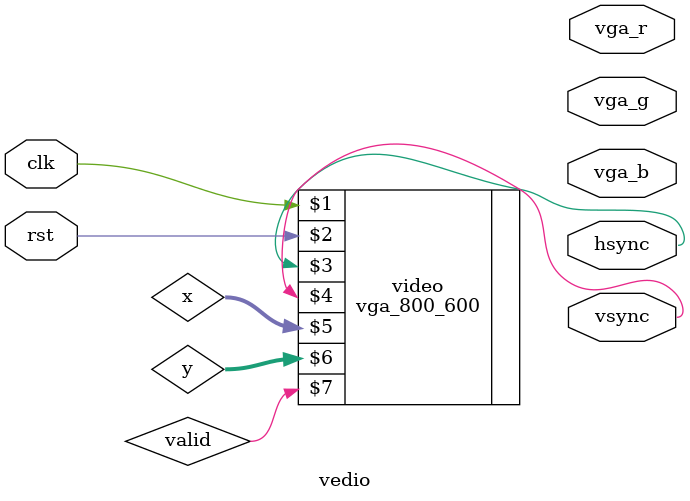
<source format=v>
module vedio(
	input clk, rst,
	output reg[3:0] vga_r, vga_g, vga_b, 
	output reg hsync, vsync
);

wire valid;

wire[9:0] x, y;

vga_800_600 video(clk, rst, hsync, vsync, x, y, valid);

// rasterize, read from vram(video memory)

// wire[]

// vga_r = vram

endmodule

</source>
